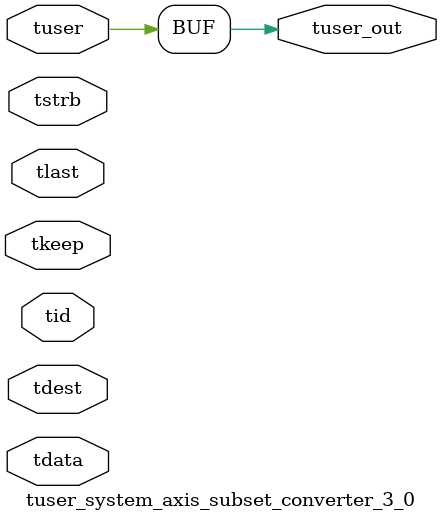
<source format=v>


`timescale 1ps/1ps

module tuser_system_axis_subset_converter_3_0 #
(
parameter C_S_AXIS_TUSER_WIDTH = 1,
parameter C_S_AXIS_TDATA_WIDTH = 32,
parameter C_S_AXIS_TID_WIDTH   = 0,
parameter C_S_AXIS_TDEST_WIDTH = 0,
parameter C_M_AXIS_TUSER_WIDTH = 1
)
(
input  [(C_S_AXIS_TUSER_WIDTH == 0 ? 1 : C_S_AXIS_TUSER_WIDTH)-1:0     ] tuser,
input  [(C_S_AXIS_TDATA_WIDTH == 0 ? 1 : C_S_AXIS_TDATA_WIDTH)-1:0     ] tdata,
input  [(C_S_AXIS_TID_WIDTH   == 0 ? 1 : C_S_AXIS_TID_WIDTH)-1:0       ] tid,
input  [(C_S_AXIS_TDEST_WIDTH == 0 ? 1 : C_S_AXIS_TDEST_WIDTH)-1:0     ] tdest,
input  [(C_S_AXIS_TDATA_WIDTH/8)-1:0 ] tkeep,
input  [(C_S_AXIS_TDATA_WIDTH/8)-1:0 ] tstrb,
input                                                                    tlast,
output [C_M_AXIS_TUSER_WIDTH-1:0] tuser_out
);

assign tuser_out = {tuser[0:0]};

endmodule


</source>
